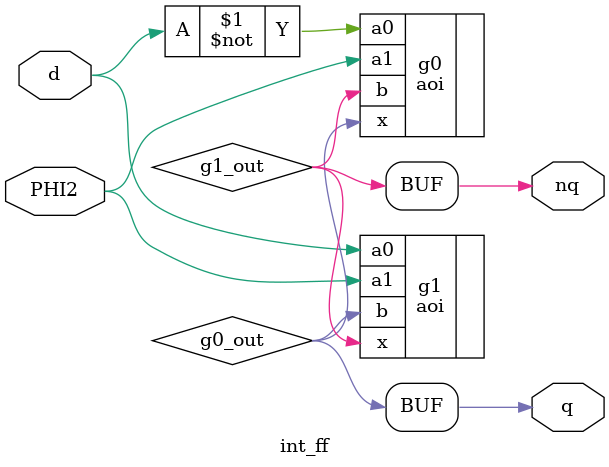
<source format=v>


module PadsLogic(
	PHI1, PHI2,
	n_NMI, n_IRQ, n_RES, n_NMIP, n_IRQP, RESP, 
	RDY, RDY_frompad, n_PRDY, 
	T1_topad, SYNC, SO, SO_frompad,
	WR_topad, RnW);

	input PHI1;
	input PHI2;
	input n_NMI;
	input n_IRQ; 
	input n_RES; 
	output n_NMIP;
	output n_IRQP; 
	output RESP;
	
	input RDY;
	output RDY_frompad;
	output n_PRDY;

	input T1_topad;
	output SYNC;

	input SO;
	output SO_frompad;

	input WR_topad;
	output RnW;

	// Implementation of logic that is located around terminals (pads)

	// Interrupt pads
	// Input inverters can act as transparent latches (since the values of external interrupt signals can be `Z`),
	// but there's probably no point in doing that, they usually put pull-ups on the outside for them anyway. 

	wire nmip_ff_q;
	int_ff nmip_ff (.PHI2(PHI2), .d(~n_NMI), .q(nmip_ff_q));
	assign n_NMIP = ~nmip_ff_q;

	wire irqp_ff_q;
	int_ff irqp_ff (.PHI2(PHI2), .d(~n_IRQ), .q(irqp_ff_q));
	dlatch irqp_latch (.d(irqp_ff_q), .en(PHI1), .nq(n_IRQP));

	wire resp_ff_nq;	// !!!
	int_ff resp_ff (.PHI2(PHI2), .d(~n_RES), .nq(resp_ff_nq));
	dlatch resp_latch (.d(resp_ff_nq), .en(PHI1), .nq(RESP));

	// Others

	assign RDY_frompad = RDY;
	wire prdy_latch1_nq;
	dlatch prdy_latch1 (.d(~RDY), .en(PHI2), .nq(prdy_latch1_nq));
	dlatch prdy_latch2 (.d(prdy_latch1_nq), .en(PHI1), .nq(n_PRDY));

	buf (SYNC, T1_topad);

	wire so_latch1_nq;
	wire so_latch2_nq;
	wire so_latch3_q;
	dlatch so_latch1 (.d(~SO), .en(PHI1), .nq(so_latch1_nq));
	dlatch so_latch2 (.d(so_latch1_nq), .en(PHI2), .nq(so_latch2_nq));
	dlatch so_latch3 (.d(so_latch2_nq), .en(PHI1), .q(so_latch3_q));
	nor (SO_frompad, so_latch3_q, so_latch1_nq);

	dlatch rw_latch (.d(WR_topad), .en(PHI1), .nq(RnW));

endmodule // PadsLogic

// Implementation of flip-flops that are next to interrupt terminals (NMI/IRQ/RES)
module int_ff (PHI2, d, q, nq);

	input PHI2; 		// 1: enable (level-triggered)
	input d;
	output q;
	output nq;

	// Cycle of two AOI-21s
	wire g0_out;
	wire g1_out;
	aoi g0 (.a0(~d), .a1(PHI2), .b(g1_out), .x(g0_out));
	aoi g1 (.a0(d), .a1(PHI2), .b(g0_out), .x(g1_out));

	assign q = g0_out;
	assign nq = g1_out;

endmodule // int_ff

</source>
